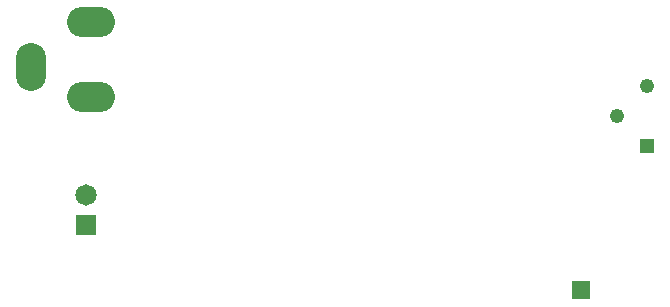
<source format=gbr>
%TF.GenerationSoftware,Altium Limited,Altium Designer,24.9.1 (31)*%
G04 Layer_Color=255*
%FSLAX45Y45*%
%MOMM*%
%TF.SameCoordinates,1ED834A1-E46C-4F5A-A45D-C8FB9AE456DD*%
%TF.FilePolarity,Positive*%
%TF.FileFunction,Pads,Bot*%
%TF.Part,Single*%
G01*
G75*
%TA.AperFunction,ComponentPad*%
%ADD30O,4.06400X2.54000*%
%ADD31O,2.54000X4.06400*%
%ADD32R,1.60000X1.60000*%
%ADD33C,1.22200*%
%ADD34R,1.22200X1.22200*%
%ADD35C,1.81500*%
%ADD36R,1.81500X1.81500*%
D30*
X734000Y2167500D02*
D03*
Y2802500D02*
D03*
D31*
X226000Y2421500D02*
D03*
D32*
X4883456Y533400D02*
D03*
D33*
X5438548Y2258964D02*
D03*
X5184548Y2004964D02*
D03*
D34*
X5438548Y1750964D02*
D03*
D35*
X692840Y1338193D02*
D03*
D36*
Y1084193D02*
D03*
%TF.MD5,5991c132bb096f2bff85d2f164e49b9e*%
M02*

</source>
